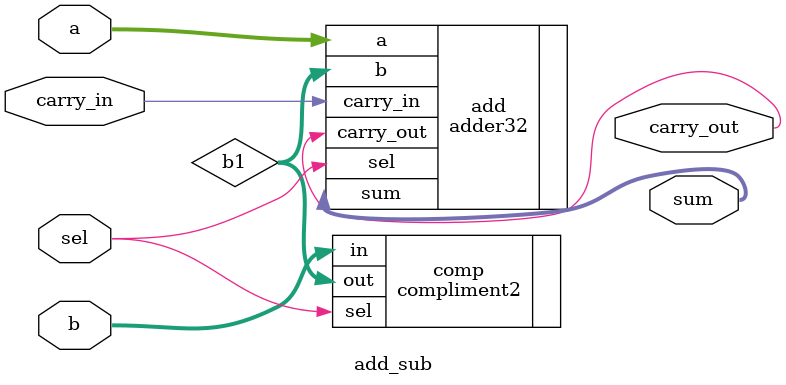
<source format=v>
`include "adder32.v"
`include "compliment2.v"

module add_sub(
    input [31:0] a,
    input [31:0] b,
    input carry_in,
    input sel,
    output [31:0] sum,
    output carry_out
);
wire [31:0] b1;
compliment2 comp(.in(b), .sel(sel), .out(b1));
adder32 add(.a(a), .b(b1), .carry_in(carry_in), .carry_out(carry_out), .sel(sel), .sum(sum));

endmodule
</source>
